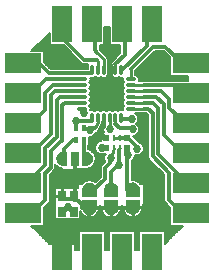
<source format=gtl>
G04 DipTrace 2.4.0.2*
%INi2cswitch.gtl*%
%MOMM*%
%ADD10C,0.25*%
%ADD13C,0.305*%
%ADD14C,0.28*%
%ADD16C,0.127*%
%ADD17C,0.254*%
%ADD19R,0.7X0.9*%
%ADD20R,1.6X1.7*%
%ADD21R,2.032X1.7*%
%ADD22R,1.7X1.6*%
%ADD23R,1.7X2.032*%
%ADD25R,0.525X0.5*%
%ADD26R,0.25X0.5*%
%ADD28R,0.4X0.5*%
%ADD33O,1.0X0.28*%
%ADD34O,0.28X1.0*%
%ADD35C,0.711*%
%ADD36R,2.7X2.7*%
%ADD39R,0.737X1.2*%
%ADD40C,0.686*%
%FSLAX53Y53*%
G04*
G71*
G90*
G75*
G01*
%LNTop*%
%LPD*%
X17554Y19310D2*
D13*
X17146D1*
Y19385D1*
X19690Y21827D2*
X18879D1*
D14*
X18830Y21877D1*
X13810Y11270D2*
D13*
Y10852D1*
X16127Y13169D1*
Y14294D1*
X17957D1*
X17960Y14291D1*
X19762D1*
X19791Y14320D1*
X17554Y20210D2*
X17060Y20703D1*
Y20923D1*
X17294Y21356D1*
X17330Y21877D1*
X13810Y15264D2*
Y15017D1*
X14788D1*
Y14969D1*
X15113D1*
X15510Y14572D1*
Y14294D1*
X16127D1*
X14788Y15264D2*
Y15017D1*
X14870Y18430D2*
Y17212D1*
Y15345D1*
X14788Y15264D1*
X17554Y20210D2*
X16696D1*
X16302Y19817D1*
Y19284D1*
X16743Y18844D1*
Y17966D1*
X16301Y17525D1*
X15182D1*
X14870Y17212D1*
X17830Y21877D2*
D14*
X17826Y21224D1*
D13*
Y20957D1*
X17925Y18480D2*
X17882Y18479D1*
X17830Y18496D1*
X17951Y18306D1*
X17977Y18539D1*
D10*
X18194Y19310D1*
X16127Y15782D2*
D13*
Y15581D1*
X16284D1*
X17452Y16749D1*
Y17660D1*
X17882Y18090D1*
Y18480D1*
X18694Y19310D2*
D10*
X18664D1*
Y19144D1*
D13*
Y18026D1*
X17960Y17322D1*
Y15779D1*
X18330Y21877D2*
D14*
Y21373D1*
D13*
X18705Y20998D1*
X19719D1*
X19772Y20945D1*
X18640Y17876D2*
X18664Y17899D1*
Y18026D1*
X19791Y15808D2*
X19328D1*
Y18695D1*
X19231Y18792D1*
Y19212D1*
X19329Y19310D1*
X19422Y18786D2*
X19328Y18695D1*
X15530Y22677D2*
D14*
Y22446D1*
D13*
X15680Y22296D1*
X19630Y23177D2*
D14*
X20715D1*
D13*
X21498D1*
X21936Y22739D1*
Y18840D1*
X24426Y16350D1*
X23970D1*
X19630Y24177D2*
D14*
X20715D1*
D13*
X22197D1*
X22863Y23511D1*
Y22752D1*
X24185Y21430D1*
X23970D1*
X19630Y25177D2*
D14*
Y26017D1*
D13*
X21546Y27932D1*
X22548D1*
X23970Y26510D1*
X16830Y25977D2*
D14*
Y26723D1*
X16757Y26796D1*
D13*
X15692D1*
X13810Y28677D1*
Y29050D1*
X18830Y25977D2*
D14*
X18920D1*
D13*
X20958Y28015D1*
Y28578D1*
X21430Y29050D1*
X15530Y24177D2*
D14*
X15310D1*
D13*
X13215D1*
X12878Y23840D1*
Y20498D1*
X11270Y18890D1*
X15530Y23177D2*
D14*
X15310D1*
D13*
X14039D1*
X13827Y22964D1*
Y19941D1*
X13674D1*
X12857Y19124D1*
Y17688D1*
X12392Y17223D1*
Y14932D1*
X11270Y13810D1*
X14958Y21054D2*
Y21180D1*
X15028Y21250D1*
Y21646D1*
X16061D1*
D14*
X16291Y21877D1*
X16330D1*
X15011Y21610D2*
D13*
Y21180D1*
X14958D1*
X19630Y22677D2*
D14*
X20715D1*
D13*
X21104D1*
X21470Y22310D1*
Y18635D1*
X22832Y17272D1*
Y14948D1*
X23970Y13810D1*
X19630Y23677D2*
D14*
X20715D1*
D13*
X21795D1*
X22401Y23071D1*
Y20459D1*
X23970Y18890D1*
X19630Y24677D2*
D14*
X20715D1*
D13*
X24677D1*
X23970Y23970D1*
X17330Y25977D2*
D14*
Y26885D1*
X16705Y27449D1*
D13*
X16628Y27717D1*
Y28772D1*
X16350Y29050D1*
X18330Y25977D2*
D14*
Y26497D1*
D13*
X19094Y27261D1*
Y29050D1*
X18890D1*
X15530Y24677D2*
D14*
X15310D1*
D13*
X13035D1*
X12393Y24035D1*
Y22553D1*
X11270Y21430D1*
X15530Y23677D2*
D14*
X15310D1*
D13*
X13590D1*
X13343Y23430D1*
Y20283D1*
X12377Y19317D1*
Y17893D1*
X10833Y16350D1*
X11270D1*
X15658Y21054D2*
Y20924D1*
X16130D1*
X16593Y21001D1*
D14*
X16809Y21512D1*
X16830Y21877D1*
X16147Y20847D2*
D13*
X16130Y20863D1*
Y20924D1*
X18194Y20210D2*
D10*
X18694D1*
X18606D1*
D13*
X19329D1*
Y20313D1*
X20346Y19296D1*
X20171D1*
X17830Y25977D2*
D14*
Y27313D1*
D13*
X17622Y27521D1*
X18480Y24827D2*
X17580Y23927D1*
Y23027D2*
X18480D1*
X14788Y13964D2*
X14673D1*
X14310Y14326D1*
X13810Y13964D2*
X13948D1*
X14310Y14326D1*
X16330Y25977D2*
Y25658D1*
X12712D1*
X11678Y26691D1*
X11089D1*
X11270Y26510D1*
X15530Y25177D2*
D14*
X15310D1*
D13*
X12477D1*
X11270Y23970D1*
X15658Y20054D2*
Y18734D1*
X15962Y18430D1*
X14958Y20054D2*
X14721D1*
X13937Y19270D1*
Y18589D1*
X13777Y18430D1*
D40*
X17146Y19385D3*
X19690Y21827D3*
X17826Y20957D3*
X19772Y20945D3*
X15680Y22296D3*
X19422Y18786D3*
X17925Y18480D3*
X18640Y17876D3*
X17622Y27521D3*
X20171Y19296D3*
X16147Y20847D3*
X15011Y21610D3*
X12217Y27908D3*
X20956Y25826D3*
X14310Y14326D3*
X20056Y22266D2*
D16*
X20975D1*
X20171Y22142D2*
X21084D1*
X20232Y22018D2*
X21084D1*
X20262Y21895D2*
X21084D1*
X20262Y21771D2*
X21084D1*
X20236Y21647D2*
X21084D1*
X20177Y21524D2*
X21084D1*
X20117Y21400D2*
X21084D1*
X20240Y21276D2*
X21084D1*
X17061Y21153D2*
X17284D1*
X20308D2*
X21084D1*
X17010Y21029D2*
X17254D1*
X20342D2*
X21084D1*
X16966Y20905D2*
X17252D1*
X20348D2*
X21084D1*
X16907Y20782D2*
X17278D1*
X20324D2*
X21084D1*
X16752Y20658D2*
X17058D1*
X20270D2*
X21084D1*
X16629Y20534D2*
X17058D1*
X20171D2*
X21084D1*
X16516Y20411D2*
X17058D1*
X19965D2*
X21084D1*
X16222Y20287D2*
X17058D1*
X19895D2*
X21084D1*
X16091Y20163D2*
X17058D1*
X20018D2*
X21084D1*
X16091Y20040D2*
X17058D1*
X20141D2*
X21084D1*
X16091Y19916D2*
X16943D1*
X20266D2*
X21084D1*
X16091Y19792D2*
X16742D1*
X20451D2*
X21084D1*
X16091Y19669D2*
X16645D1*
X20605D2*
X21084D1*
X16043Y19545D2*
X16593D1*
X20689D2*
X21084D1*
X16043Y19421D2*
X16572D1*
X20732D2*
X21084D1*
X16043Y19298D2*
X16576D1*
X20746D2*
X21084D1*
X16188Y19174D2*
X16611D1*
X20734D2*
X21084D1*
X16375Y19050D2*
X16681D1*
X20691D2*
X21084D1*
X16504Y18927D2*
X16806D1*
X20609D2*
X21084D1*
X16565Y18803D2*
X17451D1*
X20457D2*
X21084D1*
X16621Y18679D2*
X17385D1*
X19988D2*
X21084D1*
X16645Y18556D2*
X17354D1*
X19949D2*
X21092D1*
X16665Y18432D2*
X17352D1*
X19873D2*
X21144D1*
X16645Y18308D2*
X17375D1*
X19732D2*
X21257D1*
X16621Y18185D2*
X17433D1*
X19715D2*
X21380D1*
X16567Y18061D2*
X17312D1*
X19715D2*
X21503D1*
X16506Y17937D2*
X17189D1*
X19715D2*
X21628D1*
X13243Y17814D2*
X13357D1*
X16381D2*
X17100D1*
X19715D2*
X21751D1*
X13243Y17690D2*
X13540D1*
X16200D2*
X17068D1*
X19715D2*
X21874D1*
X13222Y17566D2*
X13839D1*
X15899D2*
X17066D1*
X19715D2*
X21999D1*
X13150Y17443D2*
X17066D1*
X19715D2*
X22122D1*
X13029Y17319D2*
X17066D1*
X19715D2*
X22245D1*
X12904Y17195D2*
X17066D1*
X19715D2*
X22370D1*
X12781Y17072D2*
X17066D1*
X19715D2*
X22447D1*
X12777Y16948D2*
X17066D1*
X19715D2*
X22447D1*
X12777Y16824D2*
X16986D1*
X19715D2*
X22447D1*
X12777Y16701D2*
X16863D1*
X19715D2*
X22447D1*
X12777Y16577D2*
X15855D1*
X16399D2*
X16740D1*
X20125D2*
X22447D1*
X12777Y16453D2*
X15599D1*
X20353D2*
X22447D1*
X12777Y16330D2*
X15490D1*
X20756D2*
X22447D1*
X12777Y16206D2*
X15135D1*
X20756D2*
X22447D1*
X12777Y16082D2*
X15135D1*
X20756D2*
X22447D1*
X12777Y15959D2*
X15135D1*
X20756D2*
X22447D1*
X12777Y15835D2*
X13226D1*
X20756D2*
X22447D1*
X12777Y15711D2*
X13226D1*
X20756D2*
X22447D1*
X12777Y15588D2*
X13226D1*
X20756D2*
X22447D1*
X12777Y15464D2*
X13226D1*
X20770D2*
X22447D1*
X12777Y15340D2*
X13226D1*
X20770D2*
X22447D1*
X12777Y15217D2*
X13226D1*
X20770D2*
X22447D1*
X12777Y15093D2*
X13226D1*
X20770D2*
X22447D1*
X12777Y14969D2*
X13226D1*
X20770D2*
X22447D1*
X12767Y14846D2*
X13226D1*
X20770D2*
X22461D1*
X12714Y14722D2*
X13226D1*
X20770D2*
X22523D1*
X12599Y14598D2*
X13226D1*
X20770D2*
X22642D1*
X12476Y14475D2*
X13226D1*
X20625D2*
X22765D1*
X12350Y14351D2*
X13226D1*
X16960D2*
X17127D1*
X18794D2*
X18957D1*
X20625D2*
X22888D1*
X12303Y14227D2*
X13226D1*
X16960D2*
X17127D1*
X18794D2*
X18957D1*
X20625D2*
X22938D1*
X12303Y14104D2*
X13226D1*
X16950D2*
X17137D1*
X18784D2*
X18979D1*
X20604D2*
X22938D1*
X12303Y13980D2*
X13226D1*
X16903D2*
X17183D1*
X18738D2*
X19024D1*
X20558D2*
X22938D1*
X12303Y13856D2*
X13226D1*
X16839D2*
X17244D1*
X18675D2*
X19096D1*
X20486D2*
X22938D1*
X12303Y13733D2*
X13226D1*
X15371D2*
X15500D1*
X16754D2*
X17332D1*
X18589D2*
X19183D1*
X20399D2*
X22938D1*
X12303Y13609D2*
X13226D1*
X15371D2*
X15627D1*
X16627D2*
X17455D1*
X18466D2*
X19344D1*
X20240D2*
X22938D1*
X12303Y13485D2*
X13226D1*
X15371D2*
X15927D1*
X16325D2*
X17744D1*
X18175D2*
X19739D1*
X19842D2*
X22938D1*
X12303Y13362D2*
X13226D1*
X15371D2*
X22938D1*
X12303Y13238D2*
X22938D1*
X12303Y13114D2*
X22938D1*
X12303Y12991D2*
X22938D1*
X12303Y12867D2*
X22938D1*
X12303Y12743D2*
X22938D1*
X11350Y12620D2*
X23888D1*
X11477Y12496D2*
X23763D1*
X11602Y12372D2*
X23636D1*
X11729Y12249D2*
X15266D1*
X17432D2*
X17806D1*
X19972D2*
X20346D1*
X22512D2*
X23511D1*
X11854Y12125D2*
X15266D1*
X17432D2*
X17806D1*
X19972D2*
X20346D1*
X22512D2*
X23386D1*
X11979Y12001D2*
X15266D1*
X17432D2*
X17806D1*
X19972D2*
X20346D1*
X22512D2*
X23259D1*
X12106Y11878D2*
X15266D1*
X17432D2*
X17806D1*
X19972D2*
X20346D1*
X22512D2*
X23134D1*
X12231Y11754D2*
X15266D1*
X17432D2*
X17806D1*
X19972D2*
X20346D1*
X22512D2*
X23007D1*
X12358Y11630D2*
X15266D1*
X17432D2*
X17806D1*
X19972D2*
X20346D1*
X22512D2*
X22882D1*
X12483Y11507D2*
X15266D1*
X17432D2*
X17806D1*
X19972D2*
X20346D1*
X22512D2*
X22757D1*
X12608Y11383D2*
X15266D1*
X17432D2*
X17806D1*
X19972D2*
X20346D1*
X22512D2*
X22630D1*
X12735Y11259D2*
X15266D1*
X17432D2*
X17806D1*
X19972D2*
X20346D1*
X14892Y11136D2*
X15266D1*
X17432D2*
X17806D1*
X19972D2*
X20346D1*
X14892Y11012D2*
X15266D1*
X17432D2*
X17806D1*
X19972D2*
X20346D1*
X14892Y10888D2*
X15266D1*
X17432D2*
X17806D1*
X19972D2*
X20346D1*
X14892Y10765D2*
X15266D1*
X17432D2*
X17806D1*
X19972D2*
X20346D1*
X15493Y16316D2*
X15546Y16391D1*
X15579Y16429D1*
X15628Y16462D1*
X15828Y16562D1*
X15888Y16582D1*
X16088Y16618D1*
X16166D1*
X16366Y16582D1*
X16426Y16562D1*
X16627Y16461D1*
X16648Y16473D1*
X17079Y16904D1*
X17078Y17660D1*
X17084Y17723D1*
X17100Y17785D1*
X17126Y17842D1*
X17167Y17902D1*
X17447Y18184D1*
X17415Y18241D1*
X17391Y18300D1*
X17374Y18361D1*
X17364Y18424D1*
X17361Y18487D1*
X17366Y18550D1*
X17377Y18613D1*
X17395Y18673D1*
X17420Y18732D1*
X17452Y18787D1*
X17491Y18840D1*
X17285Y18839D1*
X17206Y18825D1*
X17143Y18821D1*
X17079Y18825D1*
X17017Y18836D1*
X16956Y18854D1*
X16897Y18879D1*
X16842Y18910D1*
X16791Y18947D1*
X16744Y18990D1*
X16702Y19038D1*
X16665Y19090D1*
X16635Y19146D1*
X16612Y19204D1*
X16595Y19266D1*
X16585Y19328D1*
X16582Y19392D1*
X16586Y19455D1*
X16598Y19517D1*
X16616Y19578D1*
X16641Y19637D1*
X16672Y19692D1*
X16710Y19743D1*
X16753Y19790D1*
X16801Y19831D1*
X16853Y19867D1*
X16909Y19897D1*
X16968Y19920D1*
X17071Y19943D1*
X17070Y20681D1*
X17335D1*
X17292Y20777D1*
X17275Y20838D1*
X17265Y20900D1*
X17262Y20964D1*
X17266Y21027D1*
X17278Y21090D1*
X17298Y21156D1*
X17225Y21171D1*
X17166Y21195D1*
X17113Y21228D1*
X17089Y21248D1*
X16961Y20945D1*
X16949Y20889D1*
X16925Y20831D1*
X16891Y20777D1*
X16849Y20730D1*
X16800Y20690D1*
X16744Y20660D1*
X16668Y20636D1*
X16623Y20546D1*
X16587Y20494D1*
X16544Y20447D1*
X16497Y20405D1*
X16445Y20368D1*
X16389Y20338D1*
X16330Y20314D1*
X16269Y20296D1*
X16207Y20286D1*
X16143Y20283D1*
X16078Y20287D1*
Y19583D1*
X16029D1*
X16031Y19292D1*
Y19227D1*
X16170Y19176D1*
X16219Y19151D1*
X16419Y19011D1*
X16457Y18977D1*
X16490Y18928D1*
X16590Y18728D1*
X16610Y18671D1*
X16648Y18471D1*
Y18388D1*
X16610Y18188D1*
X16590Y18131D1*
X16490Y17931D1*
X16456Y17881D1*
X16419Y17848D1*
X16219Y17708D1*
X16170Y17683D1*
X16010Y17623D1*
X15933Y17609D1*
X15887D1*
Y17487D1*
X14827Y17489D1*
X14697Y17487D1*
X13852D1*
Y17608D1*
X13807Y17609D1*
X13729Y17623D1*
X13569Y17683D1*
X13520Y17708D1*
X13320Y17848D1*
X13279Y17886D1*
X13249Y17931D1*
X13230Y17968D1*
Y17688D1*
X13225Y17625D1*
X13209Y17563D1*
X13183Y17505D1*
X13141Y17446D1*
X12766Y17069D1*
X12765Y15064D1*
Y14932D1*
X12760Y14869D1*
X12744Y14807D1*
X12718Y14749D1*
X12676Y14690D1*
X12290Y14302D1*
X12291Y13547D1*
Y12739D1*
X11215D1*
X11656Y12308D1*
X12747Y11236D1*
X13946Y11237D1*
X14881D1*
Y10723D1*
X15280Y10724D1*
X15279Y11237D1*
Y12291D1*
X17421D1*
Y10723D1*
X17820Y10724D1*
X17819Y11237D1*
Y12291D1*
X19961D1*
Y10723D1*
X20360Y10724D1*
X20359Y11237D1*
Y12291D1*
X22501D1*
Y11241D1*
X23041Y11774D1*
X24024Y12740D1*
X24003Y12741D1*
X23784Y12739D1*
X22949D1*
Y14305D1*
X22583Y14669D1*
X22527Y14732D1*
X22495Y14787D1*
X22473Y14846D1*
X22460Y14918D1*
X22459Y15773D1*
Y17117D1*
X21206Y18370D1*
X21165Y18419D1*
X21133Y18474D1*
X21111Y18533D1*
X21098Y18605D1*
X21097Y19460D1*
Y22157D1*
X20949Y22303D1*
X20715D1*
X20651Y22309D1*
X20623Y22316D1*
X19972D1*
X20050Y22261D1*
X20096Y22218D1*
X20138Y22170D1*
X20173Y22117D1*
X20203Y22061D1*
X20226Y22002D1*
X20242Y21940D1*
X20254Y21827D1*
X20250Y21764D1*
X20239Y21701D1*
X20222Y21640D1*
X20197Y21582D1*
X20167Y21526D1*
X20130Y21475D1*
X20077Y21418D1*
X20132Y21378D1*
X20178Y21335D1*
X20220Y21287D1*
X20255Y21234D1*
X20285Y21178D1*
X20308Y21119D1*
X20324Y21058D1*
X20336Y20945D1*
X20332Y20881D1*
X20321Y20819D1*
X20304Y20758D1*
X20279Y20699D1*
X20249Y20644D1*
X20212Y20592D1*
X20169Y20545D1*
X20122Y20503D1*
X20070Y20466D1*
X20014Y20436D1*
X19956Y20412D1*
X19894Y20394D1*
X19810Y20383D1*
X19812Y20357D1*
X20335Y19834D1*
X20425Y19799D1*
X20480Y19767D1*
X20531Y19729D1*
X20578Y19686D1*
X20619Y19638D1*
X20655Y19585D1*
X20684Y19529D1*
X20707Y19470D1*
X20723Y19409D1*
X20735Y19296D1*
X20731Y19232D1*
X20721Y19170D1*
X20703Y19109D1*
X20679Y19050D1*
X20648Y18995D1*
X20611Y18943D1*
X20569Y18896D1*
X20521Y18853D1*
X20469Y18817D1*
X20414Y18786D1*
X20355Y18762D1*
X20294Y18745D1*
X20231Y18735D1*
X20168Y18732D1*
X20104Y18736D1*
X20042Y18747D1*
X19987Y18763D1*
X19971Y18660D1*
X19954Y18599D1*
X19929Y18541D1*
X19899Y18485D1*
X19862Y18433D1*
X19819Y18386D1*
X19772Y18344D1*
X19701Y18297D1*
Y16633D1*
X19752Y16644D1*
X19830D1*
X20030Y16608D1*
X20090Y16588D1*
X20290Y16488D1*
X20332Y16461D1*
X20372Y16417D1*
X20430Y16334D1*
X20743Y16335D1*
Y15555D1*
X20759Y15557D1*
Y14572D1*
X20693D1*
X20695Y14475D1*
X20610D1*
X20612Y14430D1*
X20609Y14160D1*
X20594Y14108D1*
X20522Y13926D1*
X20365Y13701D1*
X20329Y13665D1*
X20279Y13634D1*
X20055Y13526D1*
X19917Y13500D1*
X19792Y13481D1*
X19727Y13489D1*
X19516Y13530D1*
X19390Y13591D1*
X19260Y13660D1*
X19223Y13695D1*
X19070Y13911D1*
X19046Y13956D1*
X18977Y14144D1*
X18970Y14195D1*
X18971Y14449D1*
X18917Y14475D1*
X18898D1*
Y14461D1*
X18781D1*
X18780Y14144D1*
X18768Y14094D1*
X18697Y13908D1*
X18645Y13830D1*
X18517Y13653D1*
X18477Y13621D1*
X18259Y13511D1*
X18211Y13494D1*
X17974Y13453D1*
X17923Y13456D1*
X17697Y13497D1*
X17639Y13523D1*
X17429Y13631D1*
X17392Y13666D1*
X17239Y13882D1*
X17215Y13927D1*
X17146Y14116D1*
X17139Y14166D1*
Y14461D1*
X17060D1*
X17058Y14492D1*
Y14433D1*
X16949D1*
X16948Y14353D1*
X16945Y14134D1*
X16929Y14082D1*
X16857Y13900D1*
X16700Y13675D1*
X16665Y13639D1*
X16614Y13608D1*
X16390Y13500D1*
X16253Y13474D1*
X16128Y13455D1*
X16063Y13463D1*
X15851Y13504D1*
X15726Y13565D1*
X15596Y13634D1*
X15559Y13668D1*
X15406Y13885D1*
X15382Y13930D1*
X15359Y13991D1*
Y13293D1*
X14217Y13295D1*
X14000Y13293D1*
X13239D1*
X13241Y14635D1*
X13239Y14643D1*
Y15935D1*
X15147D1*
Y16317D1*
X15494D1*
X16127Y14294D2*
D17*
Y13456D1*
Y14294D2*
X16947D1*
X17960Y14291D2*
Y13453D1*
X17140Y14291D2*
X18781D1*
X19791Y14320D2*
Y13482D1*
X18971Y14320D2*
X20612D1*
X13810Y15934D2*
Y15264D1*
X13239D2*
X13810D1*
X14788Y15934D2*
Y15264D1*
X17070Y20210D2*
X17554D1*
X17330Y21877D2*
Y21156D1*
X17408Y29490D2*
D16*
X17833D1*
X17408Y29366D2*
X17833D1*
X17408Y29243D2*
X17833D1*
X17408Y29119D2*
X17833D1*
X12647Y28995D2*
X12753D1*
X17408D2*
X17833D1*
X12518Y28872D2*
X12753D1*
X17408D2*
X17833D1*
X12391Y28748D2*
X12753D1*
X17408D2*
X17833D1*
X12264Y28624D2*
X12753D1*
X17408D2*
X17833D1*
X12137Y28501D2*
X12753D1*
X17408D2*
X17833D1*
X12010Y28377D2*
X12753D1*
X17408D2*
X17833D1*
X11883Y28253D2*
X12753D1*
X17408D2*
X17833D1*
X11754Y28130D2*
X12753D1*
X17408D2*
X17833D1*
X11627Y28006D2*
X13977D1*
X16989D2*
X18734D1*
X11500Y27882D2*
X14100D1*
X16989D2*
X18734D1*
X11373Y27759D2*
X14225D1*
X16991D2*
X18734D1*
X11246Y27635D2*
X14348D1*
X17027D2*
X18734D1*
X12278Y27511D2*
X14471D1*
X17150D2*
X18734D1*
X21628D2*
X22464D1*
X12278Y27388D2*
X14596D1*
X17287D2*
X18716D1*
X21505D2*
X22587D1*
X12278Y27264D2*
X14719D1*
X17424D2*
X18593D1*
X21382D2*
X22712D1*
X12278Y27140D2*
X14842D1*
X17560D2*
X18468D1*
X21257D2*
X22835D1*
X12278Y27017D2*
X14965D1*
X17652D2*
X18345D1*
X21134D2*
X22958D1*
X12278Y26893D2*
X15090D1*
X17678D2*
X18222D1*
X21011D2*
X22962D1*
X12278Y26769D2*
X15213D1*
X17678D2*
X18099D1*
X20886D2*
X22962D1*
X12278Y26646D2*
X15336D1*
X17678D2*
X18003D1*
X20763D2*
X22962D1*
X12351Y26522D2*
X15465D1*
X17678D2*
X17970D1*
X20640D2*
X22962D1*
X12476Y26398D2*
X15987D1*
X17678D2*
X17982D1*
X20515D2*
X22962D1*
X12600Y26275D2*
X15981D1*
X17678D2*
X17982D1*
X20392D2*
X22962D1*
X12723Y26151D2*
X15981D1*
X17678D2*
X17982D1*
X20269D2*
X22962D1*
X12848Y26027D2*
X15973D1*
X17678D2*
X17982D1*
X20144D2*
X22962D1*
X17678Y25904D2*
X17982D1*
X20021D2*
X22962D1*
X17678Y25780D2*
X17982D1*
X19977D2*
X22962D1*
X17678Y25656D2*
X17982D1*
X19977D2*
X22962D1*
X17668Y25533D2*
X17993D1*
X19977D2*
X22962D1*
X17606Y25409D2*
X18053D1*
X20243D2*
X24484D1*
X16396Y25285D2*
X16765D1*
X16896D2*
X17265D1*
X17395D2*
X18265D1*
X18396D2*
X18765D1*
X20319D2*
X24484D1*
X16237Y25162D2*
X18922D1*
X20337D2*
X24484D1*
X16207Y25038D2*
X18952D1*
X20309D2*
X24484D1*
X16140Y24914D2*
X19021D1*
X16217Y24791D2*
X18942D1*
X16237Y24667D2*
X18922D1*
X16211Y24543D2*
X18950D1*
X16134Y24420D2*
X19027D1*
X16215Y24296D2*
X18944D1*
X16237Y24172D2*
X18922D1*
X16213Y24049D2*
X18948D1*
X16128Y23925D2*
X19031D1*
X16213Y23801D2*
X18946D1*
X16237Y23678D2*
X18922D1*
X16215Y23554D2*
X18946D1*
X16130Y23430D2*
X19029D1*
X16211Y23307D2*
X18948D1*
X16237Y23183D2*
X18922D1*
X16217Y23059D2*
X18944D1*
X16136Y22936D2*
X19023D1*
X16209Y22812D2*
X18950D1*
X16237Y22688D2*
X18922D1*
X16411Y22565D2*
X16749D1*
X16912D2*
X17249D1*
X17412D2*
X17749D1*
X17912D2*
X18249D1*
X18412D2*
X18749D1*
X24499Y25464D2*
X22974D1*
Y27014D1*
X22404Y27584D1*
X21688D1*
X20759Y26654D1*
X19966Y25861D1*
X19965Y25511D1*
X19990Y25512D1*
X20059Y25505D1*
X20120Y25486D1*
X20175Y25456D1*
X20225Y25416D1*
X20266Y25368D1*
X20297Y25313D1*
X20317Y25252D1*
X20325Y25177D1*
X20319Y25113D1*
X20302Y25053D1*
X20281Y25012D1*
X20624D1*
X20701Y25024D1*
X24499Y25025D1*
X24497Y25466D1*
X24293Y25464D1*
X24028Y25466D1*
X17396Y29567D2*
Y28054D1*
X16977D1*
X16976Y27766D1*
X17019Y27617D1*
X17555Y27134D1*
X17598Y27087D1*
X17631Y27033D1*
X17653Y26974D1*
X17663Y26923D1*
X17665Y26694D1*
X17663Y25617D1*
X17659Y25553D1*
X17642Y25493D1*
X17613Y25436D1*
X17574Y25386D1*
X17526Y25344D1*
X17471Y25312D1*
X17412Y25291D1*
X17349Y25282D1*
X17286Y25284D1*
X17224Y25298D1*
X17166Y25324D1*
X17114Y25360D1*
X17082Y25392D1*
X17026Y25344D1*
X16971Y25312D1*
X16912Y25291D1*
X16849Y25282D1*
X16786Y25284D1*
X16724Y25298D1*
X16666Y25324D1*
X16614Y25360D1*
X16582Y25392D1*
X16526Y25344D1*
X16471Y25312D1*
X16412Y25291D1*
X16349Y25282D1*
X16286Y25284D1*
X16224Y25298D1*
X16197Y25310D1*
X16217Y25252D1*
X16225Y25177D1*
X16219Y25113D1*
X16202Y25053D1*
X16173Y24996D1*
X16134Y24946D1*
X16111Y24927D1*
X16166Y24868D1*
X16197Y24813D1*
X16217Y24752D1*
X16225Y24677D1*
X16219Y24613D1*
X16202Y24553D1*
X16173Y24496D1*
X16134Y24446D1*
X16111Y24427D1*
X16166Y24368D1*
X16197Y24313D1*
X16217Y24252D1*
X16225Y24177D1*
X16219Y24113D1*
X16202Y24053D1*
X16173Y23996D1*
X16134Y23946D1*
X16111Y23927D1*
X16166Y23868D1*
X16197Y23813D1*
X16217Y23752D1*
X16225Y23677D1*
X16219Y23613D1*
X16202Y23553D1*
X16173Y23496D1*
X16134Y23446D1*
X16111Y23427D1*
X16166Y23368D1*
X16197Y23313D1*
X16217Y23252D1*
X16225Y23177D1*
X16219Y23113D1*
X16202Y23053D1*
X16173Y22996D1*
X16134Y22946D1*
X16111Y22927D1*
X16166Y22868D1*
X16197Y22813D1*
X16217Y22752D1*
X16225Y22677D1*
X16219Y22613D1*
X16197Y22544D1*
X16273Y22567D1*
X16336Y22572D1*
X16399Y22565D1*
X16460Y22546D1*
X16515Y22516D1*
X16579Y22460D1*
X16655Y22523D1*
X16712Y22551D1*
X16773Y22567D1*
X16836Y22572D1*
X16899Y22565D1*
X16960Y22546D1*
X17015Y22516D1*
X17079Y22460D1*
X17155Y22523D1*
X17212Y22551D1*
X17273Y22567D1*
X17336Y22572D1*
X17399Y22565D1*
X17460Y22546D1*
X17515Y22516D1*
X17579Y22460D1*
X17655Y22523D1*
X17712Y22551D1*
X17773Y22567D1*
X17836Y22572D1*
X17899Y22565D1*
X17960Y22546D1*
X18015Y22516D1*
X18079Y22460D1*
X18155Y22523D1*
X18212Y22551D1*
X18273Y22567D1*
X18336Y22572D1*
X18399Y22565D1*
X18460Y22546D1*
X18515Y22516D1*
X18579Y22460D1*
X18655Y22523D1*
X18712Y22551D1*
X18773Y22567D1*
X18836Y22572D1*
X18899Y22565D1*
X18961Y22545D1*
X18950Y22576D1*
X18936Y22638D1*
X18935Y22702D1*
X18946Y22764D1*
X18968Y22824D1*
X19001Y22878D1*
X19046Y22926D1*
X19009Y22965D1*
X18974Y23018D1*
X18950Y23076D1*
X18936Y23138D1*
X18935Y23202D1*
X18946Y23264D1*
X18968Y23324D1*
X19001Y23378D1*
X19046Y23426D1*
X19009Y23465D1*
X18974Y23518D1*
X18950Y23576D1*
X18936Y23638D1*
X18935Y23702D1*
X18946Y23764D1*
X18968Y23824D1*
X19001Y23878D1*
X19046Y23926D1*
X19009Y23965D1*
X18974Y24018D1*
X18950Y24076D1*
X18936Y24138D1*
X18935Y24202D1*
X18946Y24264D1*
X18968Y24324D1*
X19001Y24378D1*
X19046Y24426D1*
X19009Y24465D1*
X18974Y24518D1*
X18950Y24576D1*
X18936Y24638D1*
X18935Y24702D1*
X18946Y24764D1*
X18968Y24824D1*
X19001Y24878D1*
X19046Y24926D1*
X19009Y24965D1*
X18974Y25018D1*
X18950Y25076D1*
X18936Y25138D1*
X18935Y25202D1*
X18946Y25264D1*
X18962Y25307D1*
X18912Y25291D1*
X18849Y25282D1*
X18786Y25284D1*
X18724Y25298D1*
X18666Y25324D1*
X18614Y25360D1*
X18582Y25392D1*
X18526Y25344D1*
X18471Y25312D1*
X18412Y25291D1*
X18349Y25282D1*
X18286Y25284D1*
X18224Y25298D1*
X18166Y25324D1*
X18114Y25360D1*
X18069Y25405D1*
X18034Y25458D1*
X18010Y25516D1*
X17996Y25578D1*
X17994Y25680D1*
X17996Y26337D1*
X17994Y26407D1*
X17987Y26440D1*
X17982Y26503D1*
X17989Y26566D1*
X18007Y26627D1*
X18036Y26683D1*
X18084Y26743D1*
X18748Y27407D1*
X18746Y27833D1*
Y28053D1*
X18412Y28054D1*
X17844D1*
Y29563D1*
X17394Y29568D1*
X17396Y29309D1*
X17394Y29108D1*
X13941Y28054D2*
X12764D1*
Y29122D1*
X11150Y27554D1*
X11417Y27556D1*
X12266D1*
Y26597D1*
X12857Y26004D1*
X13664Y26006D1*
X15984D1*
X15995Y26064D1*
X15996Y26337D1*
X15995Y26362D1*
X16006Y26424D1*
X16015Y26448D1*
X15692D1*
X15628Y26453D1*
X15567Y26471D1*
X15510Y26499D1*
X15446Y26550D1*
X13940Y28055D1*
G36*
X16727Y15904D2*
Y15164D1*
X15527D1*
Y15904D1*
X15587Y16064D1*
X15727Y16264D1*
X15927Y16364D1*
X16127Y16400D1*
X16327Y16364D1*
X16527Y16264D1*
X16667Y16064D1*
X16727Y15904D1*
G37*
G36*
X15527Y14172D2*
Y14912D1*
X16727D1*
Y14172D1*
X16667Y14012D1*
X16527Y13812D1*
X16327Y13712D1*
X16127Y13676D1*
X15927Y13712D1*
X15727Y13812D1*
X15587Y14012D1*
X15527Y14172D1*
G37*
G36*
X18560Y15902D2*
Y15162D1*
X17360D1*
Y15902D1*
X17420Y16062D1*
X17560Y16262D1*
X17760Y16362D1*
X17960Y16397D1*
X18160Y16362D1*
X18360Y16262D1*
X18500Y16062D1*
X18560Y15902D1*
G37*
G36*
X17360Y14169D2*
Y14909D1*
X18560D1*
Y14169D1*
X18500Y14009D1*
X18360Y13809D1*
X18160Y13709D1*
X17960Y13673D1*
X17760Y13709D1*
X17560Y13809D1*
X17420Y14009D1*
X17360Y14169D1*
G37*
G36*
X20391Y15931D2*
Y15191D1*
X19191D1*
Y15931D1*
X19251Y16091D1*
X19391Y16291D1*
X19591Y16391D1*
X19791Y16426D1*
X19991Y16391D1*
X20191Y16291D1*
X20331Y16091D1*
X20391Y15931D1*
G37*
G36*
X19191Y14198D2*
Y14938D1*
X20391D1*
Y14198D1*
X20331Y14038D1*
X20191Y13838D1*
X19991Y13738D1*
X19791Y13702D1*
X19591Y13738D1*
X19391Y13838D1*
X19251Y14038D1*
X19191Y14198D1*
G37*
D19*
X13810Y15264D3*
Y13964D3*
X14788Y15264D3*
Y13964D3*
D20*
X11270Y21430D3*
Y18890D3*
Y16350D3*
Y13810D3*
D21*
X10000Y21430D3*
Y18890D3*
Y16350D3*
Y13810D3*
D20*
X23970D3*
Y16350D3*
Y18890D3*
Y21430D3*
D21*
X25240Y13810D3*
Y16350D3*
Y18890D3*
Y21430D3*
D20*
X23970Y23970D3*
Y26510D3*
D21*
X25240Y23970D3*
Y26510D3*
D22*
X16350Y29050D3*
X13810D3*
D23*
X16350Y30320D3*
X13810D3*
D22*
X16350Y11270D3*
X13810D3*
D23*
X16350Y10000D3*
X13810D3*
D22*
X18890Y11270D3*
X21430D3*
D23*
X18890Y10000D3*
X21430D3*
D22*
Y29050D3*
X18890D3*
D23*
X21430Y30320D3*
X18890D3*
D20*
X11270Y26510D3*
Y23970D3*
D21*
X10000Y26510D3*
Y23970D3*
D25*
X17554Y19310D3*
D26*
X18194D3*
X18694D3*
D25*
X19329D3*
Y20210D3*
D26*
X18694D3*
X18194D3*
D25*
X17554D3*
D28*
X15658Y21054D3*
X14958D3*
Y20054D3*
X15658D3*
D33*
X19630Y22677D3*
Y23177D3*
Y23677D3*
Y24177D3*
Y24677D3*
Y25177D3*
D34*
X18830Y25977D3*
X18330D3*
X17830D3*
X17330D3*
X16830D3*
X16330D3*
D33*
X15530Y25177D3*
Y24677D3*
Y24177D3*
Y23677D3*
Y23177D3*
Y22677D3*
D34*
X16330Y21877D3*
X16830D3*
X17330D3*
X17830D3*
X18330D3*
X18830D3*
D35*
X18480Y23027D3*
X17580D3*
X16680D3*
X18480Y23927D3*
X17580D3*
X16680D3*
X18480Y24827D3*
X17580D3*
X16680D3*
D36*
X17580Y23927D3*
G36*
X13807Y19030D2*
X14247D1*
Y17830D1*
X13807D1*
X13647Y17890D1*
X13447Y18030D1*
X13346Y18230D1*
X13308Y18430D1*
X13347Y18630D1*
X13447Y18830D1*
X13647Y18970D1*
X13807Y19030D1*
G37*
G36*
X15933Y17830D2*
X15493D1*
Y19030D1*
X15933D1*
X16093Y18970D1*
X16293Y18830D1*
X16393Y18630D1*
X16431Y18430D1*
X16393Y18230D1*
X16293Y18030D1*
X16093Y17890D1*
X15933Y17830D1*
G37*
D39*
X14870Y18430D3*
M02*

</source>
